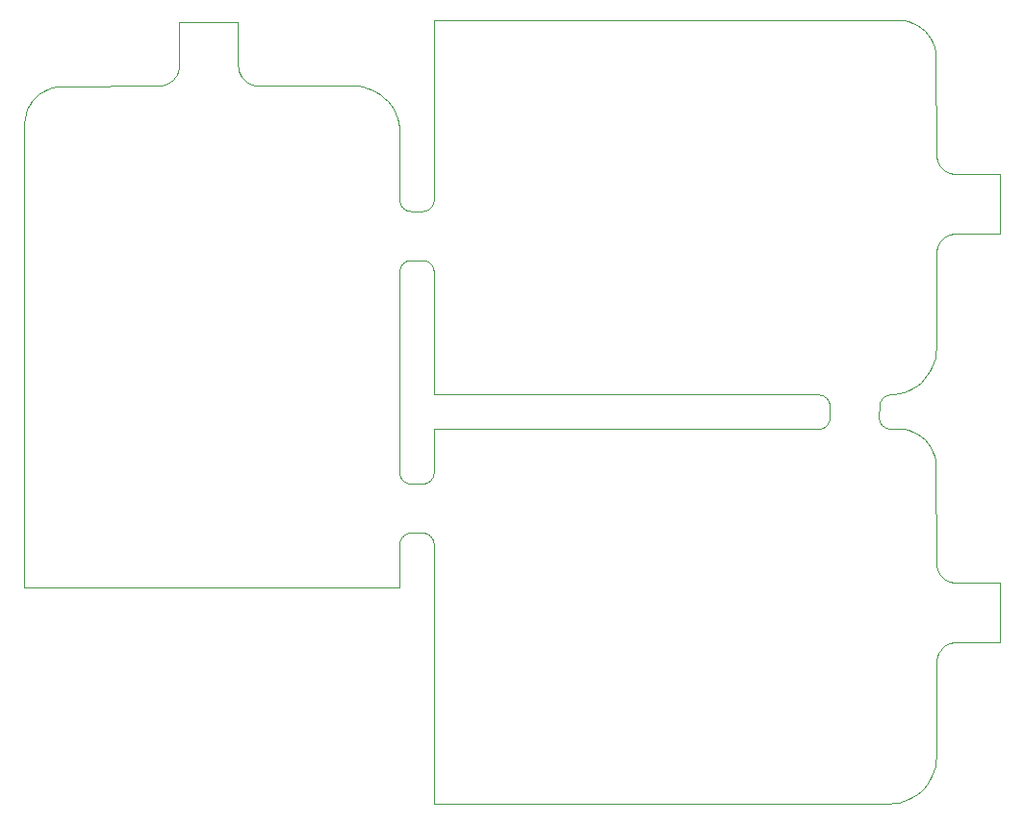
<source format=gko>
%MOIN*%
%OFA0B0*%
%FSLAX44Y44*%
%IPPOS*%
%LPD*%
%ADD10C,0*%
D10*
X00019685Y00021195D02*
X00019685Y00021195D01*
X00019685Y00012204D01*
X00035472Y00012204D01*
X00035641Y00012213D01*
X00035808Y00012240D01*
X00035971Y00012283D01*
X00036128Y00012344D01*
X00036279Y00012420D01*
X00036421Y00012513D01*
X00036552Y00012619D01*
X00036672Y00012738D01*
X00036778Y00012870D01*
X00036870Y00013011D01*
X00036947Y00013162D01*
X00037007Y00013320D01*
X00037051Y00013483D01*
X00037077Y00013650D01*
X00037086Y00013818D01*
X00037086Y00017086D01*
X00037095Y00017197D01*
X00037121Y00017305D01*
X00037163Y00017408D01*
X00037221Y00017503D01*
X00037294Y00017587D01*
X00037378Y00017659D01*
X00037473Y00017718D01*
X00037576Y00017760D01*
X00037684Y00017786D01*
X00037795Y00017795D01*
X00039291Y00017795D01*
X00039291Y00019842D01*
X00037795Y00019842D01*
X00037684Y00019851D01*
X00037576Y00019877D01*
X00037473Y00019919D01*
X00037378Y00019977D01*
X00037294Y00020050D01*
X00037221Y00020134D01*
X00037163Y00020229D01*
X00037121Y00020332D01*
X00037095Y00020440D01*
X00037086Y00020551D01*
X00037066Y00023917D01*
X00037066Y00023917D01*
X00037055Y00024084D01*
X00037023Y00024248D01*
X00036969Y00024406D01*
X00036895Y00024557D01*
X00036802Y00024696D01*
X00036692Y00024822D01*
X00036566Y00024932D01*
X00036427Y00025025D01*
X00036277Y00025099D01*
X00036118Y00025153D01*
X00035954Y00025185D01*
X00035787Y00025196D01*
X00035496Y00025196D01*
X00035465Y00025198D01*
X00035433Y00025202D01*
X00035402Y00025208D01*
X00035371Y00025217D01*
X00035341Y00025228D01*
X00035312Y00025242D01*
X00035285Y00025258D01*
X00035259Y00025276D01*
X00035234Y00025297D01*
X00035211Y00025319D01*
X00035190Y00025343D01*
X00035171Y00025368D01*
X00035154Y00025395D01*
X00035140Y00025424D01*
X00035127Y00025453D01*
X00035117Y00025484D01*
X00035110Y00025515D01*
X00035105Y00025546D01*
X00035103Y00025578D01*
X00035103Y00025610D01*
X00035123Y00026005D01*
X00035126Y00026034D01*
X00035130Y00026063D01*
X00035137Y00026091D01*
X00035146Y00026118D01*
X00035157Y00026145D01*
X00035169Y00026171D01*
X00035184Y00026196D01*
X00035200Y00026220D01*
X00035218Y00026243D01*
X00035238Y00026264D01*
X00035259Y00026283D01*
X00035282Y00026301D01*
X00035305Y00026318D01*
X00035330Y00026332D01*
X00035356Y00026345D01*
X00035383Y00026356D01*
X00035410Y00026365D01*
X00035439Y00026371D01*
X00035467Y00026376D01*
X00035496Y00026379D01*
X00035641Y00026386D01*
X00035808Y00026413D01*
X00035971Y00026456D01*
X00036128Y00026517D01*
X00036279Y00026594D01*
X00036421Y00026686D01*
X00036552Y00026792D01*
X00036672Y00026912D01*
X00036778Y00027043D01*
X00036870Y00027185D01*
X00036947Y00027335D01*
X00037007Y00027493D01*
X00037051Y00027656D01*
X00037077Y00027823D01*
X00037086Y00027992D01*
X00037086Y00031259D01*
X00037095Y00031370D01*
X00037121Y00031478D01*
X00037163Y00031581D01*
X00037221Y00031676D01*
X00037294Y00031760D01*
X00037378Y00031833D01*
X00037473Y00031891D01*
X00037576Y00031933D01*
X00037684Y00031959D01*
X00037795Y00031968D01*
X00039291Y00031968D01*
X00039291Y00034015D01*
X00037795Y00034015D01*
X00037684Y00034024D01*
X00037576Y00034050D01*
X00037473Y00034092D01*
X00037378Y00034151D01*
X00037294Y00034223D01*
X00037221Y00034307D01*
X00037163Y00034402D01*
X00037121Y00034505D01*
X00037095Y00034613D01*
X00037086Y00034724D01*
X00037066Y00038090D01*
X00037066Y00038090D01*
X00037055Y00038257D01*
X00037023Y00038421D01*
X00036969Y00038580D01*
X00036895Y00038730D01*
X00036802Y00038869D01*
X00036692Y00038995D01*
X00036566Y00039105D01*
X00036427Y00039198D01*
X00036277Y00039272D01*
X00036118Y00039326D01*
X00035954Y00039359D01*
X00035787Y00039370D01*
X00019685Y00039370D01*
X00019685Y00033134D01*
X00019683Y00033103D01*
X00019680Y00033073D01*
X00019674Y00033042D01*
X00019665Y00033013D01*
X00019655Y00032984D01*
X00019642Y00032956D01*
X00019627Y00032929D01*
X00019609Y00032903D01*
X00019590Y00032879D01*
X00019569Y00032856D01*
X00019547Y00032835D01*
X00019522Y00032816D01*
X00019497Y00032799D01*
X00019470Y00032783D01*
X00019442Y00032771D01*
X00019412Y00032760D01*
X00019383Y00032751D01*
X00019352Y00032745D01*
X00019322Y00032742D01*
X00019291Y00032741D01*
X00018897Y00032741D01*
X00018866Y00032742D01*
X00018836Y00032745D01*
X00018805Y00032751D01*
X00018775Y00032760D01*
X00018746Y00032771D01*
X00018718Y00032783D01*
X00018691Y00032799D01*
X00018666Y00032816D01*
X00018641Y00032835D01*
X00018619Y00032856D01*
X00018598Y00032879D01*
X00018579Y00032903D01*
X00018561Y00032929D01*
X00018546Y00032956D01*
X00018533Y00032984D01*
X00018523Y00033013D01*
X00018514Y00033042D01*
X00018508Y00033073D01*
X00018505Y00033103D01*
X00018503Y00033134D01*
X00018503Y00035472D01*
X00018495Y00035641D01*
X00018468Y00035808D01*
X00018424Y00035971D01*
X00018364Y00036128D01*
X00018287Y00036279D01*
X00018195Y00036421D01*
X00018089Y00036552D01*
X00017969Y00036672D01*
X00017838Y00036778D01*
X00017696Y00036870D01*
X00017546Y00036947D01*
X00017388Y00037007D01*
X00017225Y00037051D01*
X00017058Y00037077D01*
X00016889Y00037086D01*
X00013622Y00037086D01*
X00013511Y00037095D01*
X00013403Y00037121D01*
X00013300Y00037163D01*
X00013205Y00037221D01*
X00013120Y00037294D01*
X00013048Y00037378D01*
X00012990Y00037473D01*
X00012948Y00037576D01*
X00012922Y00037684D01*
X00012913Y00037795D01*
X00012913Y00039291D01*
X00010866Y00039291D01*
X00010866Y00037795D01*
X00010857Y00037684D01*
X00010831Y00037576D01*
X00010788Y00037473D01*
X00010730Y00037378D01*
X00010658Y00037294D01*
X00010574Y00037221D01*
X00010479Y00037163D01*
X00010376Y00037121D01*
X00010268Y00037095D01*
X00010157Y00037086D01*
X00006791Y00037066D01*
X00006791Y00037066D01*
X00006624Y00037055D01*
X00006460Y00037023D01*
X00006301Y00036969D01*
X00006151Y00036895D01*
X00006012Y00036802D01*
X00005886Y00036692D01*
X00005776Y00036566D01*
X00005683Y00036427D01*
X00005609Y00036277D01*
X00005555Y00036118D01*
X00005522Y00035954D01*
X00005511Y00035787D01*
X00005511Y00019685D01*
X00018503Y00019685D01*
X00018503Y00021195D01*
X00018505Y00021226D01*
X00018508Y00021257D01*
X00018514Y00021287D01*
X00018523Y00021317D01*
X00018533Y00021346D01*
X00018546Y00021374D01*
X00018561Y00021401D01*
X00018579Y00021427D01*
X00018598Y00021451D01*
X00018619Y00021474D01*
X00018641Y00021495D01*
X00018666Y00021514D01*
X00018691Y00021531D01*
X00018718Y00021546D01*
X00018746Y00021559D01*
X00018775Y00021570D01*
X00018805Y00021578D01*
X00018836Y00021584D01*
X00018866Y00021588D01*
X00018897Y00021589D01*
X00019291Y00021589D01*
X00019322Y00021588D01*
X00019352Y00021584D01*
X00019383Y00021578D01*
X00019412Y00021570D01*
X00019442Y00021559D01*
X00019470Y00021546D01*
X00019497Y00021531D01*
X00019522Y00021514D01*
X00019547Y00021495D01*
X00019569Y00021474D01*
X00019590Y00021451D01*
X00019609Y00021427D01*
X00019627Y00021401D01*
X00019642Y00021374D01*
X00019655Y00021346D01*
X00019665Y00021317D01*
X00019674Y00021287D01*
X00019680Y00021257D01*
X00019683Y00021226D01*
X00019685Y00021195D01*
X00018503Y00030644D02*
X00018503Y00030644D01*
X00018505Y00030675D01*
X00018508Y00030706D01*
X00018514Y00030736D01*
X00018523Y00030766D01*
X00018533Y00030795D01*
X00018546Y00030823D01*
X00018561Y00030850D01*
X00018579Y00030876D01*
X00018598Y00030900D01*
X00018619Y00030923D01*
X00018641Y00030944D01*
X00018666Y00030963D01*
X00018691Y00030980D01*
X00018718Y00030995D01*
X00018746Y00031008D01*
X00018775Y00031019D01*
X00018805Y00031027D01*
X00018836Y00031033D01*
X00018866Y00031037D01*
X00018897Y00031038D01*
X00019291Y00031038D01*
X00019322Y00031037D01*
X00019352Y00031033D01*
X00019383Y00031027D01*
X00019412Y00031019D01*
X00019442Y00031008D01*
X00019470Y00030995D01*
X00019497Y00030980D01*
X00019522Y00030963D01*
X00019547Y00030944D01*
X00019569Y00030923D01*
X00019590Y00030900D01*
X00019609Y00030876D01*
X00019627Y00030850D01*
X00019642Y00030823D01*
X00019655Y00030795D01*
X00019665Y00030766D01*
X00019674Y00030736D01*
X00019680Y00030706D01*
X00019683Y00030675D01*
X00019685Y00030644D01*
X00019685Y00026377D01*
X00033006Y00026377D01*
X00033037Y00026376D01*
X00033068Y00026373D01*
X00033098Y00026367D01*
X00033128Y00026358D01*
X00033157Y00026347D01*
X00033185Y00026335D01*
X00033212Y00026319D01*
X00033238Y00026302D01*
X00033262Y00026283D01*
X00033285Y00026262D01*
X00033306Y00026239D01*
X00033325Y00026215D01*
X00033342Y00026189D01*
X00033357Y00026162D01*
X00033370Y00026134D01*
X00033381Y00026105D01*
X00033389Y00026076D01*
X00033395Y00026045D01*
X00033399Y00026015D01*
X00033400Y00025984D01*
X00033400Y00025590D01*
X00033399Y00025559D01*
X00033395Y00025528D01*
X00033389Y00025498D01*
X00033381Y00025468D01*
X00033370Y00025439D01*
X00033357Y00025411D01*
X00033342Y00025384D01*
X00033325Y00025359D01*
X00033306Y00025334D01*
X00033285Y00025312D01*
X00033262Y00025291D01*
X00033238Y00025272D01*
X00033212Y00025254D01*
X00033185Y00025239D01*
X00033157Y00025226D01*
X00033128Y00025216D01*
X00033098Y00025207D01*
X00033068Y00025201D01*
X00033037Y00025198D01*
X00033006Y00025196D01*
X00019685Y00025196D01*
X00019685Y00023685D01*
X00019683Y00023655D01*
X00019680Y00023624D01*
X00019674Y00023594D01*
X00019665Y00023564D01*
X00019655Y00023535D01*
X00019642Y00023507D01*
X00019627Y00023480D01*
X00019609Y00023454D01*
X00019590Y00023430D01*
X00019569Y00023407D01*
X00019547Y00023386D01*
X00019522Y00023367D01*
X00019497Y00023350D01*
X00019470Y00023335D01*
X00019442Y00023322D01*
X00019412Y00023311D01*
X00019383Y00023303D01*
X00019352Y00023297D01*
X00019322Y00023293D01*
X00019291Y00023292D01*
X00018897Y00023292D01*
X00018866Y00023293D01*
X00018836Y00023297D01*
X00018805Y00023303D01*
X00018775Y00023311D01*
X00018746Y00023322D01*
X00018718Y00023335D01*
X00018691Y00023350D01*
X00018666Y00023367D01*
X00018641Y00023386D01*
X00018619Y00023407D01*
X00018598Y00023430D01*
X00018579Y00023454D01*
X00018561Y00023480D01*
X00018546Y00023507D01*
X00018533Y00023535D01*
X00018523Y00023564D01*
X00018514Y00023594D01*
X00018508Y00023624D01*
X00018505Y00023655D01*
X00018503Y00023685D01*
X00018503Y00030644D01*
M02*
</source>
